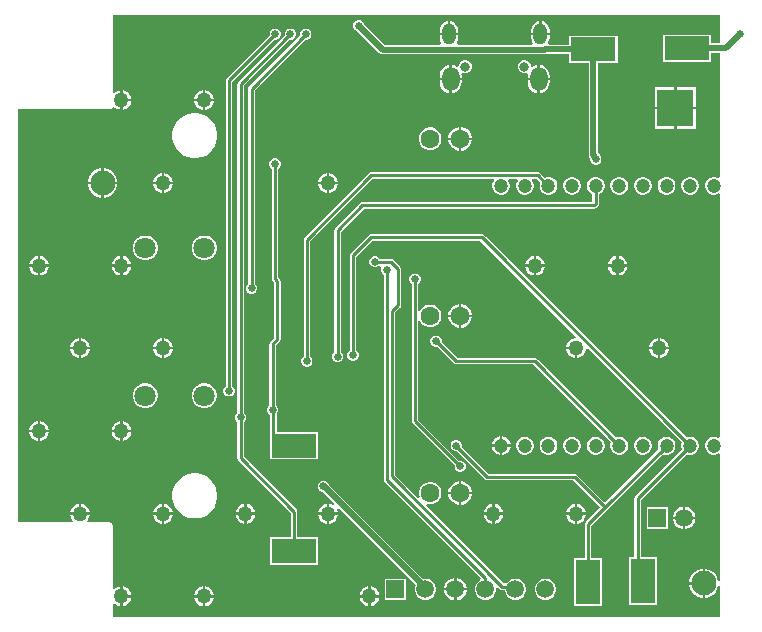
<source format=gbr>
%TF.GenerationSoftware,Altium Limited,Altium Designer,21.6.1 (37)*%
G04 Layer_Physical_Order=2*
G04 Layer_Color=16711680*
%FSLAX43Y43*%
%MOMM*%
%TF.SameCoordinates,1E6E8873-E5BF-4629-9129-2C513CDE5FDC*%
%TF.FilePolarity,Positive*%
%TF.FileFunction,Copper,L2,Bot,Signal*%
%TF.Part,Single*%
G01*
G75*
%TA.AperFunction,SMDPad,CuDef*%
%ADD16R,3.100X3.100*%
%TA.AperFunction,Conductor*%
%ADD23C,0.500*%
%ADD24C,0.254*%
%TA.AperFunction,ComponentPad*%
%ADD27C,2.100*%
%ADD28C,1.500*%
%ADD29R,1.500X1.500*%
%ADD30C,1.800*%
%ADD31C,0.800*%
%ADD32O,1.150X1.800*%
%ADD33O,1.450X2.000*%
%ADD34C,1.600*%
%ADD35C,1.200*%
%TA.AperFunction,ViaPad*%
%ADD36C,0.650*%
%ADD37C,1.270*%
%ADD38C,0.750*%
%TA.AperFunction,SMDPad,CuDef*%
%ADD39R,2.030X3.800*%
%ADD40R,3.800X2.030*%
G36*
X59690Y48808D02*
X58950D01*
Y49565D01*
X54850D01*
Y47235D01*
X58950D01*
Y47992D01*
X59690D01*
Y37479D01*
X59540Y37396D01*
X59439Y37454D01*
X59249Y37505D01*
X59051D01*
X58861Y37454D01*
X58689Y37355D01*
X58550Y37216D01*
X58451Y37044D01*
X58400Y36854D01*
Y36656D01*
X58451Y36466D01*
X58550Y36294D01*
X58689Y36155D01*
X58861Y36056D01*
X59051Y36005D01*
X59249D01*
X59439Y36056D01*
X59540Y36114D01*
X59690Y36031D01*
Y15479D01*
X59540Y15396D01*
X59439Y15454D01*
X59249Y15505D01*
X59051D01*
X58861Y15454D01*
X58689Y15355D01*
X58550Y15216D01*
X58451Y15044D01*
X58400Y14854D01*
Y14656D01*
X58451Y14466D01*
X58550Y14294D01*
X58689Y14155D01*
X58861Y14056D01*
X59051Y14005D01*
X59249D01*
X59439Y14056D01*
X59540Y14114D01*
X59690Y14031D01*
Y3322D01*
X59540Y3302D01*
X59465Y3582D01*
X59300Y3868D01*
X59068Y4100D01*
X58782Y4265D01*
X58465Y4350D01*
X58400D01*
Y3100D01*
X58300D01*
D01*
X58400D01*
Y1850D01*
X58465D01*
X58782Y1935D01*
X59068Y2100D01*
X59300Y2332D01*
X59465Y2618D01*
X59540Y2898D01*
X59690Y2878D01*
Y255D01*
X8255D01*
Y1352D01*
X8405Y1414D01*
X8487Y1332D01*
X8678Y1222D01*
X8890Y1165D01*
X8900D01*
Y2000D01*
Y2835D01*
X8890D01*
X8678Y2778D01*
X8487Y2668D01*
X8405Y2586D01*
X8255Y2648D01*
Y8000D01*
X8235Y8098D01*
X8180Y8180D01*
X8098Y8235D01*
X8000Y8255D01*
X6148D01*
X6086Y8405D01*
X6168Y8487D01*
X6278Y8678D01*
X6335Y8890D01*
Y8900D01*
X4665D01*
Y8890D01*
X4722Y8678D01*
X4832Y8487D01*
X4914Y8405D01*
X4852Y8255D01*
X255D01*
Y43245D01*
X8000D01*
X8098Y43265D01*
X8180Y43320D01*
X8224Y43385D01*
X8283Y43410D01*
X8393Y43426D01*
X8487Y43332D01*
X8678Y43222D01*
X8890Y43165D01*
X8900D01*
Y44000D01*
Y44835D01*
X8890D01*
X8678Y44778D01*
X8487Y44668D01*
X8405Y44586D01*
X8255Y44648D01*
Y51245D01*
X59690D01*
Y48808D01*
D02*
G37*
%LPC*%
G36*
X44575Y50685D02*
Y49691D01*
X45257D01*
Y49916D01*
X45230Y50118D01*
X45152Y50307D01*
X45028Y50469D01*
X44866Y50593D01*
X44677Y50671D01*
X44575Y50685D01*
D02*
G37*
G36*
X36825Y50685D02*
Y49691D01*
X37507D01*
Y49916D01*
X37480Y50118D01*
X37402Y50307D01*
X37278Y50469D01*
X37116Y50593D01*
X36927Y50671D01*
X36825Y50685D01*
D02*
G37*
G36*
X36625Y50685D02*
X36523Y50671D01*
X36334Y50593D01*
X36172Y50469D01*
X36048Y50307D01*
X35970Y50118D01*
X35943Y49916D01*
Y49691D01*
X36625D01*
Y50685D01*
D02*
G37*
G36*
X44375Y50685D02*
X44273Y50671D01*
X44084Y50593D01*
X43922Y50469D01*
X43798Y50307D01*
X43720Y50118D01*
X43693Y49916D01*
Y49691D01*
X44375D01*
Y50685D01*
D02*
G37*
G36*
X38209Y47391D02*
X37991D01*
X37788Y47307D01*
X37634Y47153D01*
X37550Y46950D01*
Y46903D01*
X37400Y46829D01*
X37341Y46874D01*
X37116Y46967D01*
X36975Y46986D01*
Y45891D01*
X37808D01*
Y46066D01*
X37789Y46212D01*
X37926Y46318D01*
X37991Y46291D01*
X38209D01*
X38412Y46375D01*
X38566Y46529D01*
X38650Y46732D01*
Y46950D01*
X38566Y47153D01*
X38412Y47307D01*
X38209Y47391D01*
D02*
G37*
G36*
X44425Y46986D02*
Y45891D01*
X45258D01*
Y46066D01*
X45226Y46307D01*
X45133Y46532D01*
X44985Y46726D01*
X44791Y46874D01*
X44566Y46967D01*
X44425Y46986D01*
D02*
G37*
G36*
X36775Y46986D02*
X36634Y46967D01*
X36409Y46874D01*
X36215Y46726D01*
X36067Y46532D01*
X35974Y46307D01*
X35942Y46066D01*
Y45891D01*
X36775D01*
Y46986D01*
D02*
G37*
G36*
X43209Y47391D02*
X42991D01*
X42788Y47307D01*
X42634Y47153D01*
X42550Y46950D01*
Y46732D01*
X42634Y46529D01*
X42788Y46375D01*
X42991Y46291D01*
X43209D01*
X43274Y46318D01*
X43411Y46212D01*
X43392Y46066D01*
Y45891D01*
X44225D01*
Y46986D01*
X44084Y46967D01*
X43859Y46874D01*
X43800Y46829D01*
X43650Y46903D01*
Y46950D01*
X43566Y47153D01*
X43412Y47307D01*
X43209Y47391D01*
D02*
G37*
G36*
X36775Y45691D02*
X35942D01*
Y45516D01*
X35974Y45275D01*
X36067Y45050D01*
X36215Y44856D01*
X36409Y44708D01*
X36634Y44615D01*
X36775Y44596D01*
Y45691D01*
D02*
G37*
G36*
X45258D02*
X44425D01*
Y44596D01*
X44566Y44615D01*
X44791Y44708D01*
X44985Y44856D01*
X45133Y45050D01*
X45226Y45275D01*
X45258Y45516D01*
Y45691D01*
D02*
G37*
G36*
X44225D02*
X43392D01*
Y45516D01*
X43424Y45275D01*
X43517Y45050D01*
X43665Y44856D01*
X43859Y44708D01*
X44084Y44615D01*
X44225Y44596D01*
Y45691D01*
D02*
G37*
G36*
X37808D02*
X36975D01*
Y44596D01*
X37116Y44615D01*
X37341Y44708D01*
X37535Y44856D01*
X37683Y45050D01*
X37776Y45275D01*
X37808Y45516D01*
Y45691D01*
D02*
G37*
G36*
X16110Y44835D02*
X16100D01*
Y44100D01*
X16835D01*
Y44110D01*
X16778Y44322D01*
X16668Y44513D01*
X16513Y44668D01*
X16322Y44778D01*
X16110Y44835D01*
D02*
G37*
G36*
X15900D02*
X15890D01*
X15678Y44778D01*
X15487Y44668D01*
X15332Y44513D01*
X15222Y44322D01*
X15165Y44110D01*
Y44100D01*
X15900D01*
Y44835D01*
D02*
G37*
G36*
X9110D02*
X9100D01*
Y44100D01*
X9835D01*
Y44110D01*
X9778Y44322D01*
X9668Y44513D01*
X9513Y44668D01*
X9322Y44778D01*
X9110Y44835D01*
D02*
G37*
G36*
X57650Y45082D02*
X56000D01*
Y43432D01*
X57650D01*
Y45082D01*
D02*
G37*
G36*
X55800D02*
X54150D01*
Y43432D01*
X55800D01*
Y45082D01*
D02*
G37*
G36*
X16835Y43900D02*
X16100D01*
Y43165D01*
X16110D01*
X16322Y43222D01*
X16513Y43332D01*
X16668Y43487D01*
X16778Y43678D01*
X16835Y43890D01*
Y43900D01*
D02*
G37*
G36*
X15900D02*
X15165D01*
Y43890D01*
X15222Y43678D01*
X15332Y43487D01*
X15487Y43332D01*
X15678Y43222D01*
X15890Y43165D01*
X15900D01*
Y43900D01*
D02*
G37*
G36*
X9835D02*
X9100D01*
Y43165D01*
X9110D01*
X9322Y43222D01*
X9513Y43332D01*
X9668Y43487D01*
X9778Y43678D01*
X9835Y43890D01*
Y43900D01*
D02*
G37*
G36*
X57650Y43232D02*
X56000D01*
Y41582D01*
X57650D01*
Y43232D01*
D02*
G37*
G36*
X55800D02*
X54150D01*
Y41582D01*
X55800D01*
Y43232D01*
D02*
G37*
G36*
X37812Y41746D02*
X37780D01*
Y40846D01*
X38680D01*
Y40878D01*
X38612Y41132D01*
X38480Y41360D01*
X38294Y41546D01*
X38066Y41678D01*
X37812Y41746D01*
D02*
G37*
G36*
X37580D02*
X37548D01*
X37294Y41678D01*
X37066Y41546D01*
X36880Y41360D01*
X36748Y41132D01*
X36680Y40878D01*
Y40846D01*
X37580D01*
Y41746D01*
D02*
G37*
G36*
X35265Y41696D02*
X35015D01*
X34773Y41631D01*
X34557Y41506D01*
X34380Y41330D01*
X34255Y41113D01*
X34190Y40871D01*
Y40621D01*
X34255Y40380D01*
X34380Y40163D01*
X34557Y39986D01*
X34773Y39861D01*
X35015Y39796D01*
X35265D01*
X35507Y39861D01*
X35723Y39986D01*
X35900Y40163D01*
X36025Y40380D01*
X36090Y40621D01*
Y40871D01*
X36025Y41113D01*
X35900Y41330D01*
X35723Y41506D01*
X35507Y41631D01*
X35265Y41696D01*
D02*
G37*
G36*
X38680Y40646D02*
X37780D01*
Y39746D01*
X37812D01*
X38066Y39814D01*
X38294Y39946D01*
X38480Y40132D01*
X38612Y40360D01*
X38680Y40615D01*
Y40646D01*
D02*
G37*
G36*
X37580D02*
X36680D01*
Y40615D01*
X36748Y40360D01*
X36880Y40132D01*
X37066Y39946D01*
X37294Y39814D01*
X37548Y39746D01*
X37580D01*
Y40646D01*
D02*
G37*
G36*
X15403Y42915D02*
X15027D01*
X14659Y42842D01*
X14313Y42698D01*
X14001Y42490D01*
X13735Y42224D01*
X13527Y41912D01*
X13383Y41566D01*
X13310Y41198D01*
Y40822D01*
X13383Y40454D01*
X13527Y40108D01*
X13735Y39796D01*
X14001Y39530D01*
X14313Y39322D01*
X14659Y39178D01*
X15027Y39105D01*
X15403D01*
X15771Y39178D01*
X16117Y39322D01*
X16429Y39530D01*
X16695Y39796D01*
X16903Y40108D01*
X17047Y40454D01*
X17120Y40822D01*
Y41198D01*
X17047Y41566D01*
X16903Y41912D01*
X16695Y42224D01*
X16429Y42490D01*
X16117Y42698D01*
X15771Y42842D01*
X15403Y42915D01*
D02*
G37*
G36*
X29178Y50791D02*
X28990D01*
X28815Y50719D01*
X28681Y50585D01*
X28609Y50410D01*
Y50222D01*
X28681Y50047D01*
X28815Y49913D01*
X28977Y49846D01*
X30821Y48003D01*
X30821Y48003D01*
X30953Y47914D01*
X31109Y47883D01*
X44879D01*
X44879Y47883D01*
X44924Y47892D01*
X46902D01*
Y47135D01*
X48544D01*
Y39389D01*
X48544Y39389D01*
X48575Y39233D01*
X48664Y39100D01*
X48684Y39080D01*
Y38906D01*
X48756Y38731D01*
X48890Y38597D01*
X49064Y38525D01*
X49253D01*
X49428Y38597D01*
X49561Y38731D01*
X49634Y38906D01*
Y39094D01*
X49561Y39269D01*
X49518Y39313D01*
X49507Y39367D01*
X49418Y39499D01*
X49360Y39558D01*
Y47135D01*
X51002D01*
Y49465D01*
X46902D01*
Y48708D01*
X45213D01*
X45139Y48858D01*
X45152Y48875D01*
X45230Y49064D01*
X45257Y49266D01*
Y49491D01*
X44475D01*
Y49591D01*
D01*
Y49491D01*
X43693D01*
Y49266D01*
X43720Y49064D01*
X43798Y48875D01*
X43818Y48849D01*
X43744Y48699D01*
X37456D01*
X37382Y48849D01*
X37402Y48875D01*
X37480Y49064D01*
X37507Y49266D01*
Y49491D01*
X36725D01*
X35943D01*
Y49266D01*
X35970Y49064D01*
X36048Y48875D01*
X36068Y48849D01*
X35994Y48699D01*
X31278D01*
X29554Y50423D01*
X29487Y50585D01*
X29353Y50719D01*
X29178Y50791D01*
D02*
G37*
G36*
X26610Y37835D02*
X26600D01*
Y37100D01*
X27335D01*
Y37110D01*
X27278Y37322D01*
X27168Y37513D01*
X27013Y37668D01*
X26822Y37778D01*
X26610Y37835D01*
D02*
G37*
G36*
X26400D02*
X26390D01*
X26178Y37778D01*
X25987Y37668D01*
X25832Y37513D01*
X25722Y37322D01*
X25665Y37110D01*
Y37100D01*
X26400D01*
Y37835D01*
D02*
G37*
G36*
X12610D02*
X12600D01*
Y37100D01*
X13335D01*
Y37110D01*
X13278Y37322D01*
X13168Y37513D01*
X13013Y37668D01*
X12822Y37778D01*
X12610Y37835D01*
D02*
G37*
G36*
X12400D02*
X12390D01*
X12178Y37778D01*
X11987Y37668D01*
X11832Y37513D01*
X11722Y37322D01*
X11665Y37110D01*
Y37100D01*
X12400D01*
Y37835D01*
D02*
G37*
G36*
X7565Y38250D02*
X7500D01*
Y37100D01*
X8650D01*
Y37165D01*
X8565Y37482D01*
X8400Y37768D01*
X8168Y38000D01*
X7882Y38165D01*
X7565Y38250D01*
D02*
G37*
G36*
X7300D02*
X7235D01*
X6918Y38165D01*
X6632Y38000D01*
X6400Y37768D01*
X6235Y37482D01*
X6150Y37165D01*
Y37100D01*
X7300D01*
Y38250D01*
D02*
G37*
G36*
X27335Y36900D02*
X26600D01*
Y36165D01*
X26610D01*
X26822Y36222D01*
X27013Y36332D01*
X27168Y36487D01*
X27278Y36678D01*
X27335Y36890D01*
Y36900D01*
D02*
G37*
G36*
X26400D02*
X25665D01*
Y36890D01*
X25722Y36678D01*
X25832Y36487D01*
X25987Y36332D01*
X26178Y36222D01*
X26390Y36165D01*
X26400D01*
Y36900D01*
D02*
G37*
G36*
X13335D02*
X12600D01*
Y36165D01*
X12610D01*
X12822Y36222D01*
X13013Y36332D01*
X13168Y36487D01*
X13278Y36678D01*
X13335Y36890D01*
Y36900D01*
D02*
G37*
G36*
X12400D02*
X11665D01*
Y36890D01*
X11722Y36678D01*
X11832Y36487D01*
X11987Y36332D01*
X12178Y36222D01*
X12390Y36165D01*
X12400D01*
Y36900D01*
D02*
G37*
G36*
X57249Y37505D02*
X57051D01*
X56861Y37454D01*
X56689Y37355D01*
X56550Y37216D01*
X56451Y37044D01*
X56400Y36854D01*
Y36656D01*
X56451Y36466D01*
X56550Y36294D01*
X56689Y36155D01*
X56861Y36056D01*
X57051Y36005D01*
X57249D01*
X57439Y36056D01*
X57611Y36155D01*
X57750Y36294D01*
X57849Y36466D01*
X57900Y36656D01*
Y36854D01*
X57849Y37044D01*
X57750Y37216D01*
X57611Y37355D01*
X57439Y37454D01*
X57249Y37505D01*
D02*
G37*
G36*
X55249D02*
X55051D01*
X54861Y37454D01*
X54689Y37355D01*
X54550Y37216D01*
X54451Y37044D01*
X54400Y36854D01*
Y36656D01*
X54451Y36466D01*
X54550Y36294D01*
X54689Y36155D01*
X54861Y36056D01*
X55051Y36005D01*
X55249D01*
X55439Y36056D01*
X55611Y36155D01*
X55750Y36294D01*
X55849Y36466D01*
X55900Y36656D01*
Y36854D01*
X55849Y37044D01*
X55750Y37216D01*
X55611Y37355D01*
X55439Y37454D01*
X55249Y37505D01*
D02*
G37*
G36*
X53249D02*
X53051D01*
X52861Y37454D01*
X52689Y37355D01*
X52550Y37216D01*
X52451Y37044D01*
X52400Y36854D01*
Y36656D01*
X52451Y36466D01*
X52550Y36294D01*
X52689Y36155D01*
X52861Y36056D01*
X53051Y36005D01*
X53249D01*
X53439Y36056D01*
X53611Y36155D01*
X53750Y36294D01*
X53849Y36466D01*
X53900Y36656D01*
Y36854D01*
X53849Y37044D01*
X53750Y37216D01*
X53611Y37355D01*
X53439Y37454D01*
X53249Y37505D01*
D02*
G37*
G36*
X51249D02*
X51051D01*
X50861Y37454D01*
X50689Y37355D01*
X50550Y37216D01*
X50451Y37044D01*
X50400Y36854D01*
Y36656D01*
X50451Y36466D01*
X50550Y36294D01*
X50689Y36155D01*
X50861Y36056D01*
X51051Y36005D01*
X51249D01*
X51439Y36056D01*
X51611Y36155D01*
X51750Y36294D01*
X51849Y36466D01*
X51900Y36656D01*
Y36854D01*
X51849Y37044D01*
X51750Y37216D01*
X51611Y37355D01*
X51439Y37454D01*
X51249Y37505D01*
D02*
G37*
G36*
X47249D02*
X47051D01*
X46861Y37454D01*
X46689Y37355D01*
X46550Y37216D01*
X46451Y37044D01*
X46400Y36854D01*
Y36656D01*
X46451Y36466D01*
X46550Y36294D01*
X46689Y36155D01*
X46861Y36056D01*
X47051Y36005D01*
X47249D01*
X47439Y36056D01*
X47611Y36155D01*
X47750Y36294D01*
X47849Y36466D01*
X47900Y36656D01*
Y36854D01*
X47849Y37044D01*
X47750Y37216D01*
X47611Y37355D01*
X47439Y37454D01*
X47249Y37505D01*
D02*
G37*
G36*
X44273Y37914D02*
X44273Y37914D01*
X30132D01*
X30024Y37893D01*
X29932Y37832D01*
X29932Y37832D01*
X24500Y32400D01*
X24439Y32308D01*
X24418Y32200D01*
X24418Y32200D01*
Y22305D01*
X24297Y22185D01*
X24225Y22010D01*
Y21821D01*
X24297Y21647D01*
X24431Y21513D01*
X24606Y21441D01*
X24794D01*
X24969Y21513D01*
X25103Y21647D01*
X25175Y21821D01*
Y22010D01*
X25103Y22185D01*
X24982Y22305D01*
Y32083D01*
X30249Y37350D01*
X40494D01*
X40503Y37328D01*
X40541Y37200D01*
X40451Y37044D01*
X40400Y36854D01*
Y36656D01*
X40451Y36466D01*
X40550Y36294D01*
X40689Y36155D01*
X40861Y36056D01*
X41051Y36005D01*
X41249D01*
X41439Y36056D01*
X41611Y36155D01*
X41750Y36294D01*
X41849Y36466D01*
X41900Y36656D01*
Y36854D01*
X41849Y37044D01*
X41759Y37200D01*
X41797Y37328D01*
X41806Y37350D01*
X42494D01*
X42503Y37328D01*
X42541Y37200D01*
X42451Y37044D01*
X42400Y36854D01*
Y36656D01*
X42451Y36466D01*
X42550Y36294D01*
X42689Y36155D01*
X42861Y36056D01*
X43051Y36005D01*
X43249D01*
X43439Y36056D01*
X43611Y36155D01*
X43750Y36294D01*
X43849Y36466D01*
X43900Y36656D01*
Y36854D01*
X43849Y37044D01*
X43759Y37200D01*
X43797Y37328D01*
X43806Y37350D01*
X44156D01*
X44455Y37051D01*
X44451Y37044D01*
X44400Y36854D01*
Y36656D01*
X44451Y36466D01*
X44550Y36294D01*
X44689Y36155D01*
X44861Y36056D01*
X45051Y36005D01*
X45249D01*
X45439Y36056D01*
X45611Y36155D01*
X45750Y36294D01*
X45849Y36466D01*
X45900Y36656D01*
Y36854D01*
X45849Y37044D01*
X45750Y37216D01*
X45611Y37355D01*
X45439Y37454D01*
X45249Y37505D01*
X45051D01*
X44861Y37454D01*
X44854Y37450D01*
X44473Y37832D01*
X44381Y37893D01*
X44273Y37914D01*
D02*
G37*
G36*
X8650Y36900D02*
X7500D01*
Y35750D01*
X7565D01*
X7882Y35835D01*
X8168Y36000D01*
X8400Y36232D01*
X8565Y36518D01*
X8650Y36835D01*
Y36900D01*
D02*
G37*
G36*
X7300D02*
X6150D01*
Y36835D01*
X6235Y36518D01*
X6400Y36232D01*
X6632Y36000D01*
X6918Y35835D01*
X7235Y35750D01*
X7300D01*
Y36900D01*
D02*
G37*
G36*
X49249Y37505D02*
X49051D01*
X48861Y37454D01*
X48689Y37355D01*
X48550Y37216D01*
X48451Y37044D01*
X48400Y36854D01*
Y36656D01*
X48451Y36466D01*
X48550Y36294D01*
X48689Y36155D01*
X48861Y36056D01*
X48868Y36054D01*
Y35382D01*
X29400D01*
X29400Y35382D01*
X29292Y35361D01*
X29200Y35300D01*
X29200Y35300D01*
X27100Y33200D01*
X27039Y33108D01*
X27018Y33000D01*
X27018Y33000D01*
Y22685D01*
X26897Y22565D01*
X26825Y22391D01*
Y22202D01*
X26897Y22027D01*
X27031Y21893D01*
X27206Y21821D01*
X27394D01*
X27569Y21893D01*
X27703Y22027D01*
X27775Y22202D01*
Y22391D01*
X27703Y22565D01*
X27582Y22685D01*
Y32883D01*
X29517Y34818D01*
X49001D01*
X49001Y34818D01*
X49109Y34839D01*
X49201Y34900D01*
X49350Y35049D01*
X49350Y35049D01*
X49411Y35141D01*
X49432Y35249D01*
Y36054D01*
X49439Y36056D01*
X49611Y36155D01*
X49750Y36294D01*
X49849Y36466D01*
X49900Y36656D01*
Y36854D01*
X49849Y37044D01*
X49750Y37216D01*
X49611Y37355D01*
X49439Y37454D01*
X49249Y37505D01*
D02*
G37*
G36*
X39505Y32682D02*
X39505Y32682D01*
X30132D01*
X30132Y32682D01*
X30024Y32661D01*
X29932Y32600D01*
X28400Y31068D01*
X28339Y30976D01*
X28318Y30868D01*
X28318Y30868D01*
Y22789D01*
X28197Y22669D01*
X28125Y22494D01*
Y22306D01*
X28197Y22131D01*
X28331Y21997D01*
X28506Y21925D01*
X28694D01*
X28869Y21997D01*
X29003Y22131D01*
X29075Y22306D01*
Y22494D01*
X29003Y22669D01*
X28882Y22789D01*
Y30751D01*
X30249Y32118D01*
X39388D01*
X47521Y23985D01*
X47458Y23835D01*
X47390D01*
X47178Y23778D01*
X46987Y23668D01*
X46832Y23513D01*
X46722Y23322D01*
X46665Y23110D01*
Y23100D01*
X47500D01*
Y23000D01*
X47600D01*
Y22165D01*
X47610D01*
X47822Y22222D01*
X48013Y22332D01*
X48168Y22487D01*
X48278Y22678D01*
X48335Y22890D01*
Y22958D01*
X48485Y23021D01*
X56455Y15051D01*
X56451Y15044D01*
X56400Y14854D01*
Y14656D01*
X56451Y14466D01*
X56455Y14459D01*
X52500Y10505D01*
X52439Y10413D01*
X52418Y10305D01*
X52418Y10305D01*
Y5352D01*
X51985D01*
Y1252D01*
X54315D01*
Y5352D01*
X52982D01*
Y10188D01*
X56854Y14060D01*
X56861Y14056D01*
X57051Y14005D01*
X57249D01*
X57439Y14056D01*
X57611Y14155D01*
X57750Y14294D01*
X57849Y14466D01*
X57900Y14656D01*
Y14854D01*
X57849Y15044D01*
X57750Y15216D01*
X57611Y15355D01*
X57439Y15454D01*
X57249Y15505D01*
X57051D01*
X56861Y15454D01*
X56854Y15450D01*
X39705Y32600D01*
X39613Y32661D01*
X39505Y32682D01*
D02*
G37*
G36*
X16148Y32546D02*
X15872D01*
X15605Y32475D01*
X15365Y32336D01*
X15170Y32141D01*
X15032Y31902D01*
X14960Y31634D01*
Y31358D01*
X15032Y31091D01*
X15170Y30852D01*
X15365Y30656D01*
X15605Y30518D01*
X15872Y30446D01*
X16148D01*
X16415Y30518D01*
X16655Y30656D01*
X16850Y30852D01*
X16988Y31091D01*
X17060Y31358D01*
Y31634D01*
X16988Y31902D01*
X16850Y32141D01*
X16655Y32336D01*
X16415Y32475D01*
X16148Y32546D01*
D02*
G37*
G36*
X11148D02*
X10872D01*
X10605Y32475D01*
X10365Y32336D01*
X10170Y32141D01*
X10032Y31902D01*
X9960Y31634D01*
Y31358D01*
X10032Y31091D01*
X10170Y30852D01*
X10365Y30656D01*
X10605Y30518D01*
X10872Y30446D01*
X11148D01*
X11415Y30518D01*
X11655Y30656D01*
X11850Y30852D01*
X11988Y31091D01*
X12060Y31358D01*
Y31634D01*
X11988Y31902D01*
X11850Y32141D01*
X11655Y32336D01*
X11415Y32475D01*
X11148Y32546D01*
D02*
G37*
G36*
X51110Y30835D02*
X51100D01*
Y30100D01*
X51835D01*
Y30110D01*
X51778Y30322D01*
X51668Y30513D01*
X51513Y30668D01*
X51322Y30778D01*
X51110Y30835D01*
D02*
G37*
G36*
X50900D02*
X50890D01*
X50678Y30778D01*
X50487Y30668D01*
X50332Y30513D01*
X50222Y30322D01*
X50165Y30110D01*
Y30100D01*
X50900D01*
Y30835D01*
D02*
G37*
G36*
X44110D02*
X44100D01*
Y30100D01*
X44835D01*
Y30110D01*
X44778Y30322D01*
X44668Y30513D01*
X44513Y30668D01*
X44322Y30778D01*
X44110Y30835D01*
D02*
G37*
G36*
X43900D02*
X43890D01*
X43678Y30778D01*
X43487Y30668D01*
X43332Y30513D01*
X43222Y30322D01*
X43165Y30110D01*
Y30100D01*
X43900D01*
Y30835D01*
D02*
G37*
G36*
X9110D02*
X9100D01*
Y30100D01*
X9835D01*
Y30110D01*
X9778Y30322D01*
X9668Y30513D01*
X9513Y30668D01*
X9322Y30778D01*
X9110Y30835D01*
D02*
G37*
G36*
X8900D02*
X8890D01*
X8678Y30778D01*
X8487Y30668D01*
X8332Y30513D01*
X8222Y30322D01*
X8165Y30110D01*
Y30100D01*
X8900D01*
Y30835D01*
D02*
G37*
G36*
X2110D02*
X2100D01*
Y30100D01*
X2835D01*
Y30110D01*
X2778Y30322D01*
X2668Y30513D01*
X2513Y30668D01*
X2322Y30778D01*
X2110Y30835D01*
D02*
G37*
G36*
X1900D02*
X1890D01*
X1678Y30778D01*
X1487Y30668D01*
X1332Y30513D01*
X1222Y30322D01*
X1165Y30110D01*
Y30100D01*
X1900D01*
Y30835D01*
D02*
G37*
G36*
X51835Y29900D02*
X51100D01*
Y29165D01*
X51110D01*
X51322Y29222D01*
X51513Y29332D01*
X51668Y29487D01*
X51778Y29678D01*
X51835Y29890D01*
Y29900D01*
D02*
G37*
G36*
X50900D02*
X50165D01*
Y29890D01*
X50222Y29678D01*
X50332Y29487D01*
X50487Y29332D01*
X50678Y29222D01*
X50890Y29165D01*
X50900D01*
Y29900D01*
D02*
G37*
G36*
X44835D02*
X44100D01*
Y29165D01*
X44110D01*
X44322Y29222D01*
X44513Y29332D01*
X44668Y29487D01*
X44778Y29678D01*
X44835Y29890D01*
Y29900D01*
D02*
G37*
G36*
X43900D02*
X43165D01*
Y29890D01*
X43222Y29678D01*
X43332Y29487D01*
X43487Y29332D01*
X43678Y29222D01*
X43890Y29165D01*
X43900D01*
Y29900D01*
D02*
G37*
G36*
X9835D02*
X9100D01*
Y29165D01*
X9110D01*
X9322Y29222D01*
X9513Y29332D01*
X9668Y29487D01*
X9778Y29678D01*
X9835Y29890D01*
Y29900D01*
D02*
G37*
G36*
X8900D02*
X8165D01*
Y29890D01*
X8222Y29678D01*
X8332Y29487D01*
X8487Y29332D01*
X8678Y29222D01*
X8890Y29165D01*
X8900D01*
Y29900D01*
D02*
G37*
G36*
X2835D02*
X2100D01*
Y29165D01*
X2110D01*
X2322Y29222D01*
X2513Y29332D01*
X2668Y29487D01*
X2778Y29678D01*
X2835Y29890D01*
Y29900D01*
D02*
G37*
G36*
X1900D02*
X1165D01*
Y29890D01*
X1222Y29678D01*
X1332Y29487D01*
X1487Y29332D01*
X1678Y29222D01*
X1890Y29165D01*
X1900D01*
Y29900D01*
D02*
G37*
G36*
X24706Y50066D02*
X24518D01*
X24343Y49994D01*
X24209Y49860D01*
X24137Y49685D01*
Y49515D01*
X19813Y45191D01*
X19752Y45100D01*
X19730Y44992D01*
X19730Y44992D01*
Y28464D01*
X19610Y28343D01*
X19538Y28169D01*
Y27980D01*
X19610Y27805D01*
X19744Y27672D01*
X19918Y27599D01*
X20107D01*
X20282Y27672D01*
X20415Y27805D01*
X20488Y27980D01*
Y28169D01*
X20415Y28343D01*
X20295Y28464D01*
Y44875D01*
X24536Y49116D01*
X24706D01*
X24881Y49188D01*
X25015Y49322D01*
X25087Y49497D01*
Y49685D01*
X25015Y49860D01*
X24881Y49994D01*
X24706Y50066D01*
D02*
G37*
G36*
X37812Y26746D02*
X37780D01*
Y25846D01*
X38680D01*
Y25878D01*
X38612Y26132D01*
X38480Y26360D01*
X38294Y26546D01*
X38066Y26678D01*
X37812Y26746D01*
D02*
G37*
G36*
X37580D02*
X37548D01*
X37294Y26678D01*
X37066Y26546D01*
X36880Y26360D01*
X36748Y26132D01*
X36680Y25878D01*
Y25846D01*
X37580D01*
Y26746D01*
D02*
G37*
G36*
X33939Y29324D02*
X33751D01*
X33576Y29252D01*
X33442Y29118D01*
X33370Y28944D01*
Y28755D01*
X33442Y28580D01*
X33563Y28460D01*
Y16835D01*
X33563Y16835D01*
X33584Y16727D01*
X33645Y16635D01*
X37205Y13076D01*
Y12906D01*
X37277Y12731D01*
X37411Y12597D01*
X37586Y12525D01*
X37774D01*
X37949Y12597D01*
X38083Y12731D01*
X38155Y12906D01*
Y13094D01*
X38083Y13269D01*
X37949Y13403D01*
X37774Y13475D01*
X37604D01*
X34127Y16952D01*
Y25300D01*
X34277Y25340D01*
X34380Y25163D01*
X34557Y24986D01*
X34773Y24861D01*
X35015Y24796D01*
X35265D01*
X35507Y24861D01*
X35723Y24986D01*
X35900Y25163D01*
X36025Y25380D01*
X36090Y25621D01*
Y25871D01*
X36025Y26113D01*
X35900Y26330D01*
X35723Y26506D01*
X35507Y26631D01*
X35265Y26696D01*
X35015D01*
X34773Y26631D01*
X34557Y26506D01*
X34380Y26330D01*
X34277Y26152D01*
X34127Y26192D01*
Y28460D01*
X34248Y28580D01*
X34320Y28755D01*
Y28944D01*
X34248Y29118D01*
X34114Y29252D01*
X33939Y29324D01*
D02*
G37*
G36*
X38680Y25646D02*
X37780D01*
Y24746D01*
X37812D01*
X38066Y24814D01*
X38294Y24946D01*
X38480Y25132D01*
X38612Y25360D01*
X38680Y25615D01*
Y25646D01*
D02*
G37*
G36*
X37580D02*
X36680D01*
Y25615D01*
X36748Y25360D01*
X36880Y25132D01*
X37066Y24946D01*
X37294Y24814D01*
X37548Y24746D01*
X37580D01*
Y25646D01*
D02*
G37*
G36*
X54610Y23835D02*
X54600D01*
Y23100D01*
X55335D01*
Y23110D01*
X55278Y23322D01*
X55168Y23513D01*
X55013Y23668D01*
X54822Y23778D01*
X54610Y23835D01*
D02*
G37*
G36*
X54400D02*
X54390D01*
X54178Y23778D01*
X53987Y23668D01*
X53832Y23513D01*
X53722Y23322D01*
X53665Y23110D01*
Y23100D01*
X54400D01*
Y23835D01*
D02*
G37*
G36*
X12610D02*
X12600D01*
Y23100D01*
X13335D01*
Y23110D01*
X13278Y23322D01*
X13168Y23513D01*
X13013Y23668D01*
X12822Y23778D01*
X12610Y23835D01*
D02*
G37*
G36*
X12400D02*
X12390D01*
X12178Y23778D01*
X11987Y23668D01*
X11832Y23513D01*
X11722Y23322D01*
X11665Y23110D01*
Y23100D01*
X12400D01*
Y23835D01*
D02*
G37*
G36*
X5610D02*
X5600D01*
Y23100D01*
X6335D01*
Y23110D01*
X6278Y23322D01*
X6168Y23513D01*
X6013Y23668D01*
X5822Y23778D01*
X5610Y23835D01*
D02*
G37*
G36*
X5400D02*
X5390D01*
X5178Y23778D01*
X4987Y23668D01*
X4832Y23513D01*
X4722Y23322D01*
X4665Y23110D01*
Y23100D01*
X5400D01*
Y23835D01*
D02*
G37*
G36*
X55335Y22900D02*
X54600D01*
Y22165D01*
X54610D01*
X54822Y22222D01*
X55013Y22332D01*
X55168Y22487D01*
X55278Y22678D01*
X55335Y22890D01*
Y22900D01*
D02*
G37*
G36*
X54400D02*
X53665D01*
Y22890D01*
X53722Y22678D01*
X53832Y22487D01*
X53987Y22332D01*
X54178Y22222D01*
X54390Y22165D01*
X54400D01*
Y22900D01*
D02*
G37*
G36*
X47400D02*
X46665D01*
Y22890D01*
X46722Y22678D01*
X46832Y22487D01*
X46987Y22332D01*
X47178Y22222D01*
X47390Y22165D01*
X47400D01*
Y22900D01*
D02*
G37*
G36*
X13335D02*
X12600D01*
Y22165D01*
X12610D01*
X12822Y22222D01*
X13013Y22332D01*
X13168Y22487D01*
X13278Y22678D01*
X13335Y22890D01*
Y22900D01*
D02*
G37*
G36*
X12400D02*
X11665D01*
Y22890D01*
X11722Y22678D01*
X11832Y22487D01*
X11987Y22332D01*
X12178Y22222D01*
X12390Y22165D01*
X12400D01*
Y22900D01*
D02*
G37*
G36*
X6335D02*
X5600D01*
Y22165D01*
X5610D01*
X5822Y22222D01*
X6013Y22332D01*
X6168Y22487D01*
X6278Y22678D01*
X6335Y22890D01*
Y22900D01*
D02*
G37*
G36*
X5400D02*
X4665D01*
Y22890D01*
X4722Y22678D01*
X4832Y22487D01*
X4987Y22332D01*
X5178Y22222D01*
X5390Y22165D01*
X5400D01*
Y22900D01*
D02*
G37*
G36*
X22107Y50066D02*
X21918D01*
X21743Y49994D01*
X21609Y49860D01*
X21537Y49685D01*
Y49515D01*
X17900Y45879D01*
X17839Y45787D01*
X17818Y45679D01*
X17818Y45679D01*
Y19791D01*
X17697Y19671D01*
X17625Y19496D01*
Y19307D01*
X17697Y19132D01*
X17831Y18999D01*
X18006Y18927D01*
X18194D01*
X18369Y18999D01*
X18503Y19132D01*
X18575Y19307D01*
Y19496D01*
X18503Y19671D01*
X18382Y19791D01*
Y45562D01*
X21936Y49116D01*
X22107D01*
X22281Y49188D01*
X22415Y49322D01*
X22487Y49497D01*
Y49685D01*
X22415Y49860D01*
X22281Y49994D01*
X22107Y50066D01*
D02*
G37*
G36*
X16148Y20046D02*
X15872D01*
X15605Y19975D01*
X15365Y19836D01*
X15170Y19641D01*
X15032Y19402D01*
X14960Y19134D01*
Y18858D01*
X15032Y18591D01*
X15170Y18352D01*
X15365Y18156D01*
X15605Y18018D01*
X15872Y17946D01*
X16148D01*
X16415Y18018D01*
X16655Y18156D01*
X16850Y18352D01*
X16988Y18591D01*
X17060Y18858D01*
Y19134D01*
X16988Y19402D01*
X16850Y19641D01*
X16655Y19836D01*
X16415Y19975D01*
X16148Y20046D01*
D02*
G37*
G36*
X11148D02*
X10872D01*
X10605Y19975D01*
X10365Y19836D01*
X10170Y19641D01*
X10032Y19402D01*
X9960Y19134D01*
Y18858D01*
X10032Y18591D01*
X10170Y18352D01*
X10365Y18156D01*
X10605Y18018D01*
X10872Y17946D01*
X11148D01*
X11415Y18018D01*
X11655Y18156D01*
X11850Y18352D01*
X11988Y18591D01*
X12060Y18858D01*
Y19134D01*
X11988Y19402D01*
X11850Y19641D01*
X11655Y19836D01*
X11415Y19975D01*
X11148Y20046D01*
D02*
G37*
G36*
X9110Y16835D02*
X9100D01*
Y16100D01*
X9835D01*
Y16110D01*
X9778Y16322D01*
X9668Y16513D01*
X9513Y16668D01*
X9322Y16778D01*
X9110Y16835D01*
D02*
G37*
G36*
X8900D02*
X8890D01*
X8678Y16778D01*
X8487Y16668D01*
X8332Y16513D01*
X8222Y16322D01*
X8165Y16110D01*
Y16100D01*
X8900D01*
Y16835D01*
D02*
G37*
G36*
X2110D02*
X2100D01*
Y16100D01*
X2835D01*
Y16110D01*
X2778Y16322D01*
X2668Y16513D01*
X2513Y16668D01*
X2322Y16778D01*
X2110Y16835D01*
D02*
G37*
G36*
X1900D02*
X1890D01*
X1678Y16778D01*
X1487Y16668D01*
X1332Y16513D01*
X1222Y16322D01*
X1165Y16110D01*
Y16100D01*
X1900D01*
Y16835D01*
D02*
G37*
G36*
X9835Y15900D02*
X9100D01*
Y15165D01*
X9110D01*
X9322Y15222D01*
X9513Y15332D01*
X9668Y15487D01*
X9778Y15678D01*
X9835Y15890D01*
Y15900D01*
D02*
G37*
G36*
X8900D02*
X8165D01*
Y15890D01*
X8222Y15678D01*
X8332Y15487D01*
X8487Y15332D01*
X8678Y15222D01*
X8890Y15165D01*
X8900D01*
Y15900D01*
D02*
G37*
G36*
X2835D02*
X2100D01*
Y15165D01*
X2110D01*
X2322Y15222D01*
X2513Y15332D01*
X2668Y15487D01*
X2778Y15678D01*
X2835Y15890D01*
Y15900D01*
D02*
G37*
G36*
X1900D02*
X1165D01*
Y15890D01*
X1222Y15678D01*
X1332Y15487D01*
X1487Y15332D01*
X1678Y15222D01*
X1890Y15165D01*
X1900D01*
Y15900D01*
D02*
G37*
G36*
X41255Y15555D02*
X41250D01*
Y14855D01*
X41950D01*
Y14860D01*
X41895Y15064D01*
X41790Y15246D01*
X41641Y15395D01*
X41459Y15500D01*
X41255Y15555D01*
D02*
G37*
G36*
X41050D02*
X41045D01*
X40841Y15500D01*
X40659Y15395D01*
X40510Y15246D01*
X40405Y15064D01*
X40350Y14860D01*
Y14855D01*
X41050D01*
Y15555D01*
D02*
G37*
G36*
X53249Y15505D02*
X53051D01*
X52861Y15454D01*
X52689Y15355D01*
X52550Y15216D01*
X52451Y15044D01*
X52400Y14854D01*
Y14656D01*
X52451Y14466D01*
X52550Y14294D01*
X52689Y14155D01*
X52861Y14056D01*
X53051Y14005D01*
X53249D01*
X53439Y14056D01*
X53611Y14155D01*
X53750Y14294D01*
X53849Y14466D01*
X53900Y14656D01*
Y14854D01*
X53849Y15044D01*
X53750Y15216D01*
X53611Y15355D01*
X53439Y15454D01*
X53249Y15505D01*
D02*
G37*
G36*
X35734Y24075D02*
X35546D01*
X35371Y24003D01*
X35237Y23869D01*
X35165Y23694D01*
Y23506D01*
X35237Y23331D01*
X35371Y23197D01*
X35546Y23125D01*
X35716D01*
X37125Y21716D01*
X37125Y21716D01*
X37216Y21655D01*
X37324Y21633D01*
X43872D01*
X50455Y15051D01*
X50451Y15044D01*
X50400Y14854D01*
Y14656D01*
X50451Y14466D01*
X50550Y14294D01*
X50689Y14155D01*
X50861Y14056D01*
X51051Y14005D01*
X51249D01*
X51439Y14056D01*
X51611Y14155D01*
X51750Y14294D01*
X51849Y14466D01*
X51900Y14656D01*
Y14854D01*
X51849Y15044D01*
X51750Y15216D01*
X51611Y15355D01*
X51439Y15454D01*
X51249Y15505D01*
X51051D01*
X50861Y15454D01*
X50854Y15450D01*
X44189Y22115D01*
X44097Y22177D01*
X43989Y22198D01*
X43989Y22198D01*
X37441D01*
X36115Y23524D01*
Y23694D01*
X36043Y23869D01*
X35909Y24003D01*
X35734Y24075D01*
D02*
G37*
G36*
X49249Y15505D02*
X49051D01*
X48861Y15454D01*
X48689Y15355D01*
X48550Y15216D01*
X48451Y15044D01*
X48400Y14854D01*
Y14656D01*
X48451Y14466D01*
X48550Y14294D01*
X48689Y14155D01*
X48861Y14056D01*
X49051Y14005D01*
X49249D01*
X49439Y14056D01*
X49611Y14155D01*
X49750Y14294D01*
X49849Y14466D01*
X49900Y14656D01*
Y14854D01*
X49849Y15044D01*
X49750Y15216D01*
X49611Y15355D01*
X49439Y15454D01*
X49249Y15505D01*
D02*
G37*
G36*
X47249D02*
X47051D01*
X46861Y15454D01*
X46689Y15355D01*
X46550Y15216D01*
X46451Y15044D01*
X46400Y14854D01*
Y14656D01*
X46451Y14466D01*
X46550Y14294D01*
X46689Y14155D01*
X46861Y14056D01*
X47051Y14005D01*
X47249D01*
X47439Y14056D01*
X47611Y14155D01*
X47750Y14294D01*
X47849Y14466D01*
X47900Y14656D01*
Y14854D01*
X47849Y15044D01*
X47750Y15216D01*
X47611Y15355D01*
X47439Y15454D01*
X47249Y15505D01*
D02*
G37*
G36*
X45249D02*
X45051D01*
X44861Y15454D01*
X44689Y15355D01*
X44550Y15216D01*
X44451Y15044D01*
X44400Y14854D01*
Y14656D01*
X44451Y14466D01*
X44550Y14294D01*
X44689Y14155D01*
X44861Y14056D01*
X45051Y14005D01*
X45249D01*
X45439Y14056D01*
X45611Y14155D01*
X45750Y14294D01*
X45849Y14466D01*
X45900Y14656D01*
Y14854D01*
X45849Y15044D01*
X45750Y15216D01*
X45611Y15355D01*
X45439Y15454D01*
X45249Y15505D01*
D02*
G37*
G36*
X43249D02*
X43051D01*
X42861Y15454D01*
X42689Y15355D01*
X42550Y15216D01*
X42451Y15044D01*
X42400Y14854D01*
Y14656D01*
X42451Y14466D01*
X42550Y14294D01*
X42689Y14155D01*
X42861Y14056D01*
X43051Y14005D01*
X43249D01*
X43439Y14056D01*
X43611Y14155D01*
X43750Y14294D01*
X43849Y14466D01*
X43900Y14656D01*
Y14854D01*
X43849Y15044D01*
X43750Y15216D01*
X43611Y15355D01*
X43439Y15454D01*
X43249Y15505D01*
D02*
G37*
G36*
X41950Y14655D02*
X41250D01*
Y13955D01*
X41255D01*
X41459Y14010D01*
X41641Y14115D01*
X41790Y14264D01*
X41895Y14446D01*
X41950Y14650D01*
Y14655D01*
D02*
G37*
G36*
X41050D02*
X40350D01*
Y14650D01*
X40405Y14446D01*
X40510Y14264D01*
X40659Y14115D01*
X40841Y14010D01*
X41045Y13955D01*
X41050D01*
Y14655D01*
D02*
G37*
G36*
X22094Y39075D02*
X21906D01*
X21731Y39003D01*
X21597Y38869D01*
X21525Y38694D01*
Y38506D01*
X21597Y38331D01*
X21718Y38211D01*
Y28905D01*
X21718Y28905D01*
X21739Y28797D01*
X21800Y28706D01*
X21918Y28588D01*
Y23882D01*
X21600Y23565D01*
X21539Y23474D01*
X21518Y23365D01*
X21518Y23365D01*
Y18189D01*
X21397Y18069D01*
X21325Y17894D01*
Y17706D01*
X21397Y17531D01*
X21531Y17397D01*
X21567Y17383D01*
Y15643D01*
X21567Y15643D01*
X21572Y15616D01*
Y13590D01*
X25672D01*
Y15920D01*
X22131D01*
Y17460D01*
X22203Y17531D01*
X22275Y17706D01*
Y17894D01*
X22203Y18069D01*
X22082Y18189D01*
Y23248D01*
X22400Y23566D01*
X22400Y23566D01*
X22461Y23657D01*
X22482Y23765D01*
Y28705D01*
X22461Y28813D01*
X22400Y28905D01*
X22400Y28905D01*
X22282Y29022D01*
Y38211D01*
X22403Y38331D01*
X22475Y38506D01*
Y38694D01*
X22403Y38869D01*
X22269Y39003D01*
X22094Y39075D01*
D02*
G37*
G36*
X37812Y11746D02*
X37780D01*
Y10846D01*
X38680D01*
Y10878D01*
X38612Y11132D01*
X38480Y11360D01*
X38294Y11546D01*
X38066Y11678D01*
X37812Y11746D01*
D02*
G37*
G36*
X37580D02*
X37548D01*
X37294Y11678D01*
X37066Y11546D01*
X36880Y11360D01*
X36748Y11132D01*
X36680Y10878D01*
Y10846D01*
X37580D01*
Y11746D01*
D02*
G37*
G36*
X55249Y15505D02*
X55051D01*
X54861Y15454D01*
X54689Y15355D01*
X54550Y15216D01*
X54451Y15044D01*
X54400Y14854D01*
Y14656D01*
X54451Y14466D01*
X54455Y14459D01*
X49931Y9935D01*
X47559Y12307D01*
X47467Y12369D01*
X47359Y12390D01*
X47359Y12390D01*
X40102D01*
X37813Y14679D01*
Y14849D01*
X37741Y15024D01*
X37607Y15158D01*
X37432Y15230D01*
X37244D01*
X37069Y15158D01*
X36935Y15024D01*
X36863Y14849D01*
Y14661D01*
X36935Y14486D01*
X37069Y14352D01*
X37244Y14280D01*
X37414D01*
X39786Y11908D01*
X39786Y11908D01*
X39877Y11847D01*
X39985Y11825D01*
X39985Y11825D01*
X47242D01*
X49532Y9536D01*
X48300Y8305D01*
X48239Y8213D01*
X48218Y8105D01*
X48218Y8105D01*
Y5250D01*
X47335D01*
Y1150D01*
X49665D01*
Y5250D01*
X48782D01*
Y7988D01*
X50131Y9336D01*
X50131Y9336D01*
X54854Y14060D01*
X54861Y14056D01*
X55051Y14005D01*
X55249D01*
X55439Y14056D01*
X55611Y14155D01*
X55750Y14294D01*
X55849Y14466D01*
X55900Y14656D01*
Y14854D01*
X55849Y15044D01*
X55750Y15216D01*
X55611Y15355D01*
X55439Y15454D01*
X55249Y15505D01*
D02*
G37*
G36*
X30570Y30807D02*
X30381D01*
X30207Y30735D01*
X30073Y30601D01*
X30001Y30427D01*
Y30238D01*
X30073Y30063D01*
X30207Y29929D01*
X30381Y29857D01*
X30570D01*
X30745Y29929D01*
X30769Y29953D01*
X30919Y29943D01*
X30999Y29819D01*
X30973Y29757D01*
Y29568D01*
X31046Y29394D01*
X31179Y29260D01*
X31231Y29239D01*
Y11890D01*
X31231Y11890D01*
X31252Y11782D01*
X31313Y11691D01*
X39426Y3578D01*
X39430Y3567D01*
X39397Y3395D01*
X39267Y3320D01*
X39100Y3153D01*
X38981Y2947D01*
X38920Y2718D01*
Y2482D01*
X38981Y2253D01*
X39100Y2047D01*
X39267Y1880D01*
X39473Y1761D01*
X39702Y1700D01*
X39938D01*
X40167Y1761D01*
X40373Y1880D01*
X40540Y2047D01*
X40659Y2253D01*
X40720Y2482D01*
Y2718D01*
X40713Y2743D01*
X40848Y2821D01*
X41037Y2631D01*
X41129Y2570D01*
X41237Y2549D01*
X41460D01*
Y2482D01*
X41521Y2253D01*
X41640Y2047D01*
X41807Y1880D01*
X42013Y1761D01*
X42242Y1700D01*
X42478D01*
X42707Y1761D01*
X42913Y1880D01*
X43080Y2047D01*
X43199Y2253D01*
X43260Y2482D01*
Y2718D01*
X43199Y2947D01*
X43080Y3153D01*
X42913Y3320D01*
X42707Y3439D01*
X42478Y3500D01*
X42242D01*
X42013Y3439D01*
X41807Y3320D01*
X41640Y3153D01*
X41617Y3114D01*
X41354D01*
X34758Y9710D01*
X34835Y9844D01*
X35015Y9796D01*
X35265D01*
X35507Y9861D01*
X35723Y9986D01*
X35900Y10163D01*
X36025Y10380D01*
X36090Y10621D01*
Y10871D01*
X36025Y11113D01*
X35900Y11330D01*
X35723Y11506D01*
X35507Y11631D01*
X35265Y11696D01*
X35015D01*
X34773Y11631D01*
X34557Y11506D01*
X34380Y11330D01*
X34255Y11113D01*
X34190Y10871D01*
Y10621D01*
X34238Y10442D01*
X34104Y10364D01*
X32199Y12268D01*
Y26033D01*
X32600Y26434D01*
X32661Y26525D01*
X32682Y26633D01*
X32682Y26633D01*
Y29700D01*
X32661Y29808D01*
X32600Y29900D01*
X32035Y30464D01*
X31943Y30526D01*
X31835Y30547D01*
X31835Y30547D01*
X30901D01*
X30879Y30601D01*
X30745Y30735D01*
X30570Y30807D01*
D02*
G37*
G36*
X38680Y10646D02*
X37780D01*
Y9746D01*
X37812D01*
X38066Y9814D01*
X38294Y9946D01*
X38480Y10132D01*
X38612Y10360D01*
X38680Y10615D01*
Y10646D01*
D02*
G37*
G36*
X37580D02*
X36680D01*
Y10615D01*
X36748Y10360D01*
X36880Y10132D01*
X37066Y9946D01*
X37294Y9814D01*
X37548Y9746D01*
X37580D01*
Y10646D01*
D02*
G37*
G36*
X26194Y11775D02*
X26006D01*
X25831Y11703D01*
X25697Y11569D01*
X25625Y11394D01*
Y11206D01*
X25697Y11031D01*
X25831Y10897D01*
X26006Y10825D01*
X26031D01*
X27016Y9839D01*
X26924Y9719D01*
X26822Y9778D01*
X26610Y9835D01*
X26600D01*
Y9100D01*
X27335D01*
Y9110D01*
X27278Y9322D01*
X27219Y9424D01*
X27339Y9516D01*
X33904Y2952D01*
X33901Y2947D01*
X33840Y2718D01*
Y2482D01*
X33901Y2253D01*
X34020Y2047D01*
X34187Y1880D01*
X34393Y1761D01*
X34622Y1700D01*
X34858D01*
X35087Y1761D01*
X35293Y1880D01*
X35460Y2047D01*
X35579Y2253D01*
X35640Y2482D01*
Y2718D01*
X35579Y2947D01*
X35460Y3153D01*
X35293Y3320D01*
X35087Y3439D01*
X34858Y3500D01*
X34622D01*
X34533Y3476D01*
X26547Y11462D01*
X26503Y11569D01*
X26369Y11703D01*
X26194Y11775D01*
D02*
G37*
G36*
X47610Y9835D02*
X47600D01*
Y9100D01*
X48335D01*
Y9110D01*
X48278Y9322D01*
X48168Y9513D01*
X48013Y9668D01*
X47822Y9778D01*
X47610Y9835D01*
D02*
G37*
G36*
X47400D02*
X47390D01*
X47178Y9778D01*
X46987Y9668D01*
X46832Y9513D01*
X46722Y9322D01*
X46665Y9110D01*
Y9100D01*
X47400D01*
Y9835D01*
D02*
G37*
G36*
X40610D02*
X40600D01*
Y9100D01*
X41335D01*
Y9110D01*
X41278Y9322D01*
X41168Y9513D01*
X41013Y9668D01*
X40822Y9778D01*
X40610Y9835D01*
D02*
G37*
G36*
X40400D02*
X40390D01*
X40178Y9778D01*
X39987Y9668D01*
X39832Y9513D01*
X39722Y9322D01*
X39665Y9110D01*
Y9100D01*
X40400D01*
Y9835D01*
D02*
G37*
G36*
X26400D02*
X26390D01*
X26178Y9778D01*
X25987Y9668D01*
X25832Y9513D01*
X25722Y9322D01*
X25665Y9110D01*
Y9100D01*
X26400D01*
Y9835D01*
D02*
G37*
G36*
X19610D02*
X19600D01*
Y9100D01*
X20335D01*
Y9110D01*
X20278Y9322D01*
X20168Y9513D01*
X20013Y9668D01*
X19822Y9778D01*
X19610Y9835D01*
D02*
G37*
G36*
X19400D02*
X19390D01*
X19178Y9778D01*
X18987Y9668D01*
X18832Y9513D01*
X18722Y9322D01*
X18665Y9110D01*
Y9100D01*
X19400D01*
Y9835D01*
D02*
G37*
G36*
X12610D02*
X12600D01*
Y9100D01*
X13335D01*
Y9110D01*
X13278Y9322D01*
X13168Y9513D01*
X13013Y9668D01*
X12822Y9778D01*
X12610Y9835D01*
D02*
G37*
G36*
X12400D02*
X12390D01*
X12178Y9778D01*
X11987Y9668D01*
X11832Y9513D01*
X11722Y9322D01*
X11665Y9110D01*
Y9100D01*
X12400D01*
Y9835D01*
D02*
G37*
G36*
X5610D02*
X5600D01*
Y9100D01*
X6335D01*
Y9110D01*
X6278Y9322D01*
X6168Y9513D01*
X6013Y9668D01*
X5822Y9778D01*
X5610Y9835D01*
D02*
G37*
G36*
X5400D02*
X5390D01*
X5178Y9778D01*
X4987Y9668D01*
X4832Y9513D01*
X4722Y9322D01*
X4665Y9110D01*
Y9100D01*
X5400D01*
Y9835D01*
D02*
G37*
G36*
X56764Y9586D02*
X56739D01*
Y8736D01*
X57589D01*
Y8761D01*
X57524Y9003D01*
X57399Y9219D01*
X57222Y9396D01*
X57006Y9521D01*
X56764Y9586D01*
D02*
G37*
G36*
X56539D02*
X56514D01*
X56272Y9521D01*
X56056Y9396D01*
X55879Y9219D01*
X55754Y9003D01*
X55689Y8761D01*
Y8736D01*
X56539D01*
Y9586D01*
D02*
G37*
G36*
X15403Y12405D02*
X15027D01*
X14659Y12332D01*
X14313Y12188D01*
X14001Y11980D01*
X13735Y11714D01*
X13527Y11402D01*
X13383Y11056D01*
X13310Y10688D01*
Y10312D01*
X13383Y9944D01*
X13527Y9598D01*
X13735Y9286D01*
X14001Y9020D01*
X14313Y8812D01*
X14659Y8668D01*
X15027Y8595D01*
X15403D01*
X15771Y8668D01*
X16117Y8812D01*
X16429Y9020D01*
X16695Y9286D01*
X16903Y9598D01*
X17047Y9944D01*
X17120Y10312D01*
Y10688D01*
X17047Y11056D01*
X16903Y11402D01*
X16695Y11714D01*
X16429Y11980D01*
X16117Y12188D01*
X15771Y12332D01*
X15403Y12405D01*
D02*
G37*
G36*
X48335Y8900D02*
X47600D01*
Y8165D01*
X47610D01*
X47822Y8222D01*
X48013Y8332D01*
X48168Y8487D01*
X48278Y8678D01*
X48335Y8890D01*
Y8900D01*
D02*
G37*
G36*
X47400D02*
X46665D01*
Y8890D01*
X46722Y8678D01*
X46832Y8487D01*
X46987Y8332D01*
X47178Y8222D01*
X47390Y8165D01*
X47400D01*
Y8900D01*
D02*
G37*
G36*
X41335D02*
X40600D01*
Y8165D01*
X40610D01*
X40822Y8222D01*
X41013Y8332D01*
X41168Y8487D01*
X41278Y8678D01*
X41335Y8890D01*
Y8900D01*
D02*
G37*
G36*
X40400D02*
X39665D01*
Y8890D01*
X39722Y8678D01*
X39832Y8487D01*
X39987Y8332D01*
X40178Y8222D01*
X40390Y8165D01*
X40400D01*
Y8900D01*
D02*
G37*
G36*
X27335D02*
X26600D01*
Y8165D01*
X26610D01*
X26822Y8222D01*
X27013Y8332D01*
X27168Y8487D01*
X27278Y8678D01*
X27335Y8890D01*
Y8900D01*
D02*
G37*
G36*
X26400D02*
X25665D01*
Y8890D01*
X25722Y8678D01*
X25832Y8487D01*
X25987Y8332D01*
X26178Y8222D01*
X26390Y8165D01*
X26400D01*
Y8900D01*
D02*
G37*
G36*
X20335D02*
X19600D01*
Y8165D01*
X19610D01*
X19822Y8222D01*
X20013Y8332D01*
X20168Y8487D01*
X20278Y8678D01*
X20335Y8890D01*
Y8900D01*
D02*
G37*
G36*
X19400D02*
X18665D01*
Y8890D01*
X18722Y8678D01*
X18832Y8487D01*
X18987Y8332D01*
X19178Y8222D01*
X19390Y8165D01*
X19400D01*
Y8900D01*
D02*
G37*
G36*
X13335D02*
X12600D01*
Y8165D01*
X12610D01*
X12822Y8222D01*
X13013Y8332D01*
X13168Y8487D01*
X13278Y8678D01*
X13335Y8890D01*
Y8900D01*
D02*
G37*
G36*
X12400D02*
X11665D01*
Y8890D01*
X11722Y8678D01*
X11832Y8487D01*
X11987Y8332D01*
X12178Y8222D01*
X12390Y8165D01*
X12400D01*
Y8900D01*
D02*
G37*
G36*
X55259Y9536D02*
X53459D01*
Y7736D01*
X55259D01*
Y9536D01*
D02*
G37*
G36*
X57589Y8536D02*
X56739D01*
Y7686D01*
X56764D01*
X57006Y7751D01*
X57222Y7876D01*
X57399Y8053D01*
X57524Y8269D01*
X57589Y8511D01*
Y8536D01*
D02*
G37*
G36*
X56539D02*
X55689D01*
Y8511D01*
X55754Y8269D01*
X55879Y8053D01*
X56056Y7876D01*
X56272Y7751D01*
X56514Y7686D01*
X56539D01*
Y8536D01*
D02*
G37*
G36*
X23406Y50066D02*
X23218D01*
X23043Y49994D01*
X22909Y49860D01*
X22837Y49685D01*
Y49515D01*
X18900Y45579D01*
X18839Y45487D01*
X18818Y45379D01*
X18818Y45379D01*
Y17532D01*
X18697Y17412D01*
X18625Y17237D01*
Y17048D01*
X18697Y16874D01*
X18818Y16754D01*
Y13700D01*
X18818Y13700D01*
X18839Y13592D01*
X18900Y13500D01*
X23340Y9061D01*
Y7007D01*
X21572D01*
Y4677D01*
X25672D01*
Y7007D01*
X23904D01*
Y9178D01*
X23904Y9178D01*
X23883Y9286D01*
X23822Y9378D01*
X23822Y9378D01*
X19382Y13817D01*
Y16754D01*
X19503Y16874D01*
X19575Y17048D01*
Y17237D01*
X19503Y17412D01*
X19382Y17532D01*
Y45262D01*
X23236Y49116D01*
X23406D01*
X23581Y49188D01*
X23715Y49322D01*
X23787Y49497D01*
Y49685D01*
X23715Y49860D01*
X23581Y49994D01*
X23406Y50066D01*
D02*
G37*
G36*
X58200Y4350D02*
X58135D01*
X57818Y4265D01*
X57532Y4100D01*
X57300Y3868D01*
X57135Y3582D01*
X57050Y3265D01*
Y3200D01*
X58200D01*
Y4350D01*
D02*
G37*
G36*
X37405Y3550D02*
X37380D01*
Y2700D01*
X38230D01*
Y2725D01*
X38165Y2967D01*
X38040Y3183D01*
X37863Y3360D01*
X37647Y3485D01*
X37405Y3550D01*
D02*
G37*
G36*
X37180D02*
X37155D01*
X36913Y3485D01*
X36697Y3360D01*
X36520Y3183D01*
X36395Y2967D01*
X36330Y2725D01*
Y2700D01*
X37180D01*
Y3550D01*
D02*
G37*
G36*
X30110Y2835D02*
X30100D01*
Y2100D01*
X30835D01*
Y2110D01*
X30778Y2322D01*
X30668Y2513D01*
X30513Y2668D01*
X30322Y2778D01*
X30110Y2835D01*
D02*
G37*
G36*
X29900D02*
X29890D01*
X29678Y2778D01*
X29487Y2668D01*
X29332Y2513D01*
X29222Y2322D01*
X29165Y2110D01*
Y2100D01*
X29900D01*
Y2835D01*
D02*
G37*
G36*
X16110D02*
X16100D01*
Y2100D01*
X16835D01*
Y2110D01*
X16778Y2322D01*
X16668Y2513D01*
X16513Y2668D01*
X16322Y2778D01*
X16110Y2835D01*
D02*
G37*
G36*
X15900D02*
X15890D01*
X15678Y2778D01*
X15487Y2668D01*
X15332Y2513D01*
X15222Y2322D01*
X15165Y2110D01*
Y2100D01*
X15900D01*
Y2835D01*
D02*
G37*
G36*
X9110D02*
X9100D01*
Y2100D01*
X9835D01*
Y2110D01*
X9778Y2322D01*
X9668Y2513D01*
X9513Y2668D01*
X9322Y2778D01*
X9110Y2835D01*
D02*
G37*
G36*
X58200Y3000D02*
X57050D01*
Y2935D01*
X57135Y2618D01*
X57300Y2332D01*
X57532Y2100D01*
X57818Y1935D01*
X58135Y1850D01*
X58200D01*
Y3000D01*
D02*
G37*
G36*
X45018Y3500D02*
X44782D01*
X44553Y3439D01*
X44347Y3320D01*
X44180Y3153D01*
X44061Y2947D01*
X44000Y2718D01*
Y2482D01*
X44061Y2253D01*
X44180Y2047D01*
X44347Y1880D01*
X44553Y1761D01*
X44782Y1700D01*
X45018D01*
X45247Y1761D01*
X45453Y1880D01*
X45620Y2047D01*
X45739Y2253D01*
X45800Y2482D01*
Y2718D01*
X45739Y2947D01*
X45620Y3153D01*
X45453Y3320D01*
X45247Y3439D01*
X45018Y3500D01*
D02*
G37*
G36*
X33100D02*
X31300D01*
Y1700D01*
X33100D01*
Y3500D01*
D02*
G37*
G36*
X38230Y2500D02*
X37380D01*
Y1650D01*
X37405D01*
X37647Y1715D01*
X37863Y1840D01*
X38040Y2017D01*
X38165Y2233D01*
X38230Y2475D01*
Y2500D01*
D02*
G37*
G36*
X37180D02*
X36330D01*
Y2475D01*
X36395Y2233D01*
X36520Y2017D01*
X36697Y1840D01*
X36913Y1715D01*
X37155Y1650D01*
X37180D01*
Y2500D01*
D02*
G37*
G36*
X30835Y1900D02*
X30100D01*
Y1165D01*
X30110D01*
X30322Y1222D01*
X30513Y1332D01*
X30668Y1487D01*
X30778Y1678D01*
X30835Y1890D01*
Y1900D01*
D02*
G37*
G36*
X29900D02*
X29165D01*
Y1890D01*
X29222Y1678D01*
X29332Y1487D01*
X29487Y1332D01*
X29678Y1222D01*
X29890Y1165D01*
X29900D01*
Y1900D01*
D02*
G37*
G36*
X16835D02*
X16100D01*
Y1165D01*
X16110D01*
X16322Y1222D01*
X16513Y1332D01*
X16668Y1487D01*
X16778Y1678D01*
X16835Y1890D01*
Y1900D01*
D02*
G37*
G36*
X15900D02*
X15165D01*
Y1890D01*
X15222Y1678D01*
X15332Y1487D01*
X15487Y1332D01*
X15678Y1222D01*
X15890Y1165D01*
X15900D01*
Y1900D01*
D02*
G37*
G36*
X9835D02*
X9100D01*
Y1165D01*
X9110D01*
X9322Y1222D01*
X9513Y1332D01*
X9668Y1487D01*
X9778Y1678D01*
X9835Y1890D01*
Y1900D01*
D02*
G37*
%LPD*%
D16*
X55900Y43332D02*
D03*
D23*
X29084Y50316D02*
X31109Y48291D01*
X44879D01*
X34765Y2667D02*
X34798D01*
X26100Y11300D02*
X26132D01*
X34765Y2667D01*
X48952Y39389D02*
X49130Y39210D01*
Y39029D02*
Y39210D01*
Y39029D02*
X49159Y39000D01*
X48952Y39389D02*
Y48300D01*
X60209Y48400D02*
X61400Y49591D01*
X56900Y48400D02*
X60209D01*
X44888Y48300D02*
X48952D01*
X44879Y48291D02*
X44888Y48300D01*
D24*
X52700Y3752D02*
Y10305D01*
Y3752D02*
X53150Y3302D01*
X52700Y10305D02*
X57150Y14755D01*
X21800Y23365D02*
X22200Y23765D01*
X21800Y17800D02*
Y23365D01*
Y17800D02*
X21849Y17751D01*
Y15643D02*
Y17751D01*
Y15643D02*
X22737Y14755D01*
X23622D01*
X22200Y23765D02*
Y28705D01*
X31513Y11890D02*
Y29598D01*
X39820Y2600D02*
Y3583D01*
X31513Y11890D02*
X39820Y3583D01*
X31917Y12151D02*
X41237Y2831D01*
X42254D01*
X31917Y12151D02*
Y26150D01*
X42254Y2831D02*
X42418Y2667D01*
X35640Y23600D02*
X37324Y21916D01*
X43989D01*
X51150Y14755D01*
X37338D02*
X39985Y12108D01*
X47359D01*
X49931Y9536D02*
X55150Y14755D01*
X48500Y8105D02*
X49931Y9536D01*
X47359Y12108D02*
X49931Y9536D01*
X18100Y19402D02*
Y45679D01*
X22012Y49591D01*
X20013Y44992D02*
X24612Y49591D01*
X20013Y28074D02*
Y44992D01*
X30476Y30332D02*
X30543Y30265D01*
X31835D01*
X31448Y29663D02*
X31513Y29598D01*
X31835Y30265D02*
X32400Y29700D01*
X22000Y28905D02*
Y38600D01*
Y28905D02*
X22200Y28705D01*
X48500Y3200D02*
Y8105D01*
X19100Y45379D02*
X23312Y49591D01*
X28600Y22400D02*
Y30868D01*
X30132Y32400D01*
X27300Y22296D02*
Y33000D01*
X29400Y35100D01*
X24700Y32200D02*
X30132Y37632D01*
X24700Y21916D02*
Y32200D01*
X30132Y32400D02*
X39505D01*
X57150Y14755D01*
X49001Y35100D02*
X49150Y35249D01*
Y36755D01*
X29400Y35100D02*
X49001D01*
X31917Y26150D02*
X32400Y26633D01*
X33845Y16835D02*
Y28849D01*
X32400Y26633D02*
Y29700D01*
X33845Y16835D02*
X37680Y13000D01*
X30132Y37632D02*
X44273D01*
X45150Y36755D01*
X19100Y13700D02*
Y17143D01*
Y13700D02*
X23622Y9178D01*
Y5842D02*
Y9178D01*
X19100Y17143D02*
Y45379D01*
D27*
X58300Y3100D02*
D03*
X7400Y37000D02*
D03*
D28*
X44900Y2600D02*
D03*
X42360D02*
D03*
X39820D02*
D03*
X37280D02*
D03*
X34740D02*
D03*
X56639Y8636D02*
D03*
D29*
X32200Y2600D02*
D03*
X54359Y8636D02*
D03*
D30*
X16010Y31496D02*
D03*
Y18996D02*
D03*
X11010Y31496D02*
D03*
Y18996D02*
D03*
D31*
X38100Y46841D02*
D03*
X43100D02*
D03*
D32*
X36725Y49591D02*
D03*
X44475D02*
D03*
D33*
X36875Y45791D02*
D03*
X44325D02*
D03*
D34*
X37680Y10746D02*
D03*
X35140D02*
D03*
X37680Y25746D02*
D03*
X35140D02*
D03*
X37680Y40746D02*
D03*
X35140D02*
D03*
D35*
X59150Y36755D02*
D03*
X57150D02*
D03*
X55150D02*
D03*
X53150D02*
D03*
X51150D02*
D03*
X49150D02*
D03*
X47150D02*
D03*
X45150D02*
D03*
X43150D02*
D03*
X41150D02*
D03*
X59150Y14755D02*
D03*
X57150D02*
D03*
X55150D02*
D03*
X53150D02*
D03*
X51150D02*
D03*
X49150D02*
D03*
X47150D02*
D03*
X45150D02*
D03*
X43150D02*
D03*
X41150D02*
D03*
D36*
X21800Y17800D02*
D03*
X35640Y23600D02*
D03*
X18100Y19402D02*
D03*
X20013Y28074D02*
D03*
X29084Y50316D02*
D03*
X30476Y30332D02*
D03*
X31448Y29663D02*
D03*
X26100Y11300D02*
D03*
X22000Y38600D02*
D03*
X49159Y39000D02*
D03*
X23312Y49591D02*
D03*
X24612D02*
D03*
X22012D02*
D03*
X28600Y22400D02*
D03*
X27300Y22296D02*
D03*
X24700Y21916D02*
D03*
X33845Y28849D02*
D03*
X37338Y14755D02*
D03*
X37680Y13000D02*
D03*
X19100Y17143D02*
D03*
X61400Y49591D02*
D03*
D37*
X51000Y30000D02*
D03*
X54500Y23000D02*
D03*
X44000Y30000D02*
D03*
X47500Y23000D02*
D03*
Y9000D02*
D03*
X40500D02*
D03*
X30000Y2000D02*
D03*
X26500Y37000D02*
D03*
Y9000D02*
D03*
X16000Y44000D02*
D03*
X19500Y9000D02*
D03*
X16000Y2000D02*
D03*
X9000Y44000D02*
D03*
X12500Y37000D02*
D03*
X9000Y30000D02*
D03*
X12500Y23000D02*
D03*
X9000Y16000D02*
D03*
X12500Y9000D02*
D03*
X9000Y2000D02*
D03*
X2000Y30000D02*
D03*
X5500Y23000D02*
D03*
X2000Y16000D02*
D03*
X5500Y9000D02*
D03*
D38*
X56900Y44332D02*
D03*
X55900D02*
D03*
X54900D02*
D03*
X56900Y43332D02*
D03*
Y42332D02*
D03*
X55900Y43332D02*
D03*
Y42332D02*
D03*
X54900Y43332D02*
D03*
Y42332D02*
D03*
D39*
X48500Y3200D02*
D03*
X53150Y3302D02*
D03*
D40*
X23622Y14755D02*
D03*
Y5842D02*
D03*
X48952Y48300D02*
D03*
X56900Y48400D02*
D03*
%TF.MD5,59db2b9c561a747ebaa2e4659d1d718a*%
M02*

</source>
